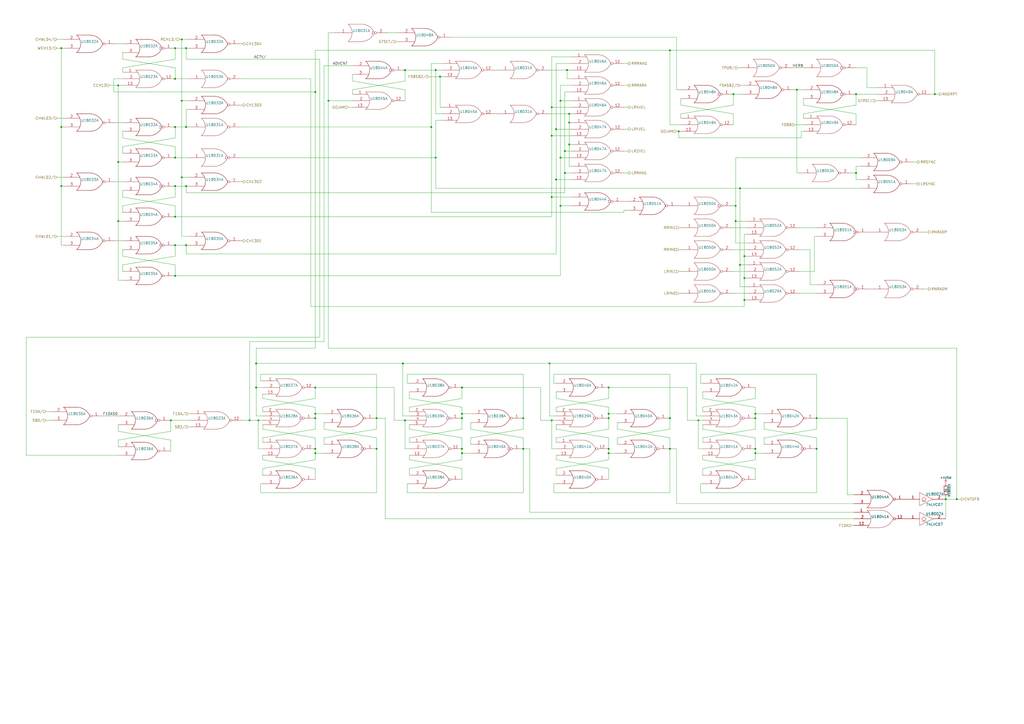
<source format=kicad_sch>
(kicad_sch (version 20211123) (generator eeschema)
  (paper "A2")
  (junction (at 426.72 128.27))
  (junction (at 234.95 243.84))
  (junction (at 320.04 78.74))
  (junction (at 473.71 260.35))
  (junction (at 438.15 240.03))
  (junction (at 148.59 224.79))
  (junction (at 107.95 142.24))
  (junction (at 325.12 91.44))
  (junction (at 255.27 44.45))
  (junction (at 107.95 27.94))
  (junction (at 438.15 260.35))
  (junction (at 182.88 240.03))
  (junction (at 325.12 58.42))
  (junction (at 353.06 242.57))
  (junction (at 320.04 62.23))
  (junction (at 353.06 224.79))
  (junction (at 99.06 243.84))
  (junction (at 318.77 210.82))
  (junction (at 105.41 22.86))
  (junction (at 252.73 91.44))
  (junction (at 438.15 242.57))
  (junction (at 101.6 91.44))
  (junction (at 426.72 119.38))
  (junction (at 330.2 66.04))
  (junction (at 105.41 102.87))
  (junction (at 35.56 107.95))
  (junction (at 303.53 242.57))
  (junction (at 267.97 240.03))
  (junction (at 327.66 87.63))
  (junction (at 218.44 260.35))
  (junction (at 267.97 260.35))
  (junction (at 429.26 153.67))
  (junction (at 388.62 260.35))
  (junction (at 496.57 100.33))
  (junction (at 330.2 71.12))
  (junction (at 234.95 40.64))
  (junction (at 542.29 54.61))
  (junction (at 320.04 114.3))
  (junction (at 322.58 104.14))
  (junction (at 68.58 128.27))
  (junction (at 35.56 27.94))
  (junction (at 431.8 161.29))
  (junction (at 101.6 27.94))
  (junction (at 353.06 260.35))
  (junction (at 554.99 289.56))
  (junction (at 431.8 173.99))
  (junction (at 182.88 224.79))
  (junction (at 548.64 289.56))
  (junction (at 149.86 243.84))
  (junction (at 252.73 40.64))
  (junction (at 473.71 242.57))
  (junction (at 68.58 93.98))
  (junction (at 330.2 83.82))
  (junction (at 388.62 242.57))
  (junction (at 250.19 73.66))
  (junction (at 431.8 148.59))
  (junction (at 101.6 107.95))
  (junction (at 405.13 243.84))
  (junction (at 182.88 262.89))
  (junction (at 267.97 242.57))
  (junction (at 190.5 58.42))
  (junction (at 148.59 210.82))
  (junction (at 303.53 260.35))
  (junction (at 144.78 243.84))
  (junction (at 327.66 100.33))
  (junction (at 393.7 76.2))
  (junction (at 328.93 40.64))
  (junction (at 101.6 73.66))
  (junction (at 68.58 49.53))
  (junction (at 182.88 242.57))
  (junction (at 438.15 262.89))
  (junction (at 322.58 74.93))
  (junction (at 353.06 262.89))
  (junction (at 101.6 160.02))
  (junction (at 462.28 52.07))
  (junction (at 218.44 242.57))
  (junction (at 233.68 210.82))
  (junction (at 496.57 54.61))
  (junction (at 429.26 109.22))
  (junction (at 182.88 260.35))
  (junction (at 107.95 107.95))
  (junction (at 35.56 73.66))
  (junction (at 267.97 224.79))
  (junction (at 101.6 142.24))
  (junction (at 388.62 29.21))
  (junction (at 353.06 240.03))
  (junction (at 320.04 243.84))
  (junction (at 325.12 119.38))
  (junction (at 105.41 58.42))
  (junction (at 101.6 125.73))
  (junction (at 107.95 73.66))
  (junction (at 182.88 53.34))
  (junction (at 267.97 262.89))
  (junction (at 101.6 45.72))
  (junction (at 425.45 54.61))
  (wire (pts (xy 466.09 68.58) (xy 466.09 66.04)))
  (wire (pts (xy 328.93 40.64) (xy 328.93 45.72)))
  (wire (pts (xy 542.29 54.61) (xy 544.83 54.61)))
  (wire (pts (xy 204.47 46.99) (xy 204.47 43.18)))
  (wire (pts (xy 101.6 107.95) (xy 107.95 107.95)))
  (wire (pts (xy 327.66 53.34) (xy 327.66 87.63)))
  (wire (pts (xy 99.06 255.27) (xy 68.58 250.19)))
  (wire (pts (xy 388.62 29.21) (xy 542.29 29.21)))
  (wire (pts (xy 431.8 148.59) (xy 433.07 148.59)))
  (wire (pts (xy 392.43 260.35) (xy 392.43 292.1)))
  (wire (pts (xy 388.62 242.57) (xy 388.62 248.92)))
  (wire (pts (xy 392.43 292.1) (xy 495.3 292.1)))
  (wire (pts (xy 364.49 100.33) (xy 361.95 100.33)))
  (wire (pts (xy 388.62 254) (xy 388.62 260.35)))
  (wire (pts (xy 66.04 45.72) (xy 66.04 53.34)))
  (wire (pts (xy 237.49 231.14) (xy 237.49 227.33)))
  (wire (pts (xy 473.71 217.17) (xy 406.4 217.17)))
  (wire (pts (xy 252.73 109.22) (xy 429.26 109.22)))
  (wire (pts (xy 148.59 201.93) (xy 148.59 210.82)))
  (wire (pts (xy 104.14 22.86) (xy 105.41 22.86)))
  (wire (pts (xy 462.28 100.33) (xy 463.55 100.33)))
  (wire (pts (xy 535.94 167.64) (xy 538.48 167.64)))
  (wire (pts (xy 392.43 21.59) (xy 392.43 52.07)))
  (wire (pts (xy 237.49 254) (xy 237.49 256.54)))
  (wire (pts (xy 496.57 54.61) (xy 509.27 54.61)))
  (wire (pts (xy 218.44 217.17) (xy 151.13 217.17)))
  (wire (pts (xy 429.26 153.67) (xy 429.26 166.37)))
  (wire (pts (xy 431.8 148.59) (xy 431.8 161.29)))
  (wire (pts (xy 152.4 248.92) (xy 152.4 246.38)))
  (wire (pts (xy 461.01 52.07) (xy 462.28 52.07)))
  (wire (pts (xy 394.97 170.18) (xy 393.7 170.18)))
  (wire (pts (xy 267.97 266.7) (xy 237.49 271.78)))
  (wire (pts (xy 394.97 144.78) (xy 393.7 144.78)))
  (wire (pts (xy 71.12 34.29) (xy 101.6 39.37)))
  (wire (pts (xy 68.58 49.53) (xy 68.58 93.98)))
  (wire (pts (xy 303.53 242.57) (xy 303.53 248.92)))
  (wire (pts (xy 361.95 121.92) (xy 363.22 121.92)))
  (wire (pts (xy 529.59 93.98) (xy 532.13 93.98)))
  (wire (pts (xy 331.47 119.38) (xy 325.12 119.38)))
  (wire (pts (xy 320.04 62.23) (xy 320.04 78.74)))
  (wire (pts (xy 148.59 210.82) (xy 233.68 210.82)))
  (wire (pts (xy 218.44 248.92) (xy 187.96 254)))
  (wire (pts (xy 425.45 54.61) (xy 430.53 54.61)))
  (wire (pts (xy 148.59 241.3) (xy 152.4 241.3)))
  (wire (pts (xy 187.96 254) (xy 187.96 257.81)))
  (wire (pts (xy 508 58.42) (xy 509.27 58.42)))
  (wire (pts (xy 149.86 243.84) (xy 152.4 243.84)))
  (wire (pts (xy 26.67 243.84) (xy 29.21 243.84)))
  (wire (pts (xy 67.31 105.41) (xy 71.12 105.41)))
  (wire (pts (xy 234.95 243.84) (xy 237.49 243.84)))
  (wire (pts (xy 255.27 62.23) (xy 256.54 62.23)))
  (wire (pts (xy 327.66 111.76) (xy 107.95 111.76)))
  (wire (pts (xy 502.92 39.37) (xy 502.92 50.8)))
  (wire (pts (xy 180.34 177.8) (xy 180.34 45.72)))
  (wire (pts (xy 182.88 262.89) (xy 187.96 262.89)))
  (wire (pts (xy 33.02 68.58) (xy 36.83 68.58)))
  (wire (pts (xy 431.8 173.99) (xy 433.07 173.99)))
  (wire (pts (xy 325.12 49.53) (xy 325.12 58.42)))
  (wire (pts (xy 463.55 144.78) (xy 469.9 144.78)))
  (wire (pts (xy 182.88 260.35) (xy 182.88 262.89)))
  (wire (pts (xy 182.88 29.21) (xy 388.62 29.21)))
  (wire (pts (xy 430.53 49.53) (xy 429.26 49.53)))
  (wire (pts (xy 105.41 137.16) (xy 109.22 137.16)))
  (wire (pts (xy 438.15 254) (xy 407.67 248.92)))
  (wire (pts (xy 105.41 102.87) (xy 109.22 102.87)))
  (wire (pts (xy 182.88 248.92) (xy 152.4 254)))
  (wire (pts (xy 15.24 264.16) (xy 68.58 264.16)))
  (wire (pts (xy 496.57 100.33) (xy 496.57 104.14)))
  (wire (pts (xy 353.06 236.22) (xy 353.06 240.03)))
  (wire (pts (xy 68.58 93.98) (xy 68.58 128.27)))
  (wire (pts (xy 140.97 139.7) (xy 139.7 139.7)))
  (wire (pts (xy 182.88 262.89) (xy 182.88 266.7)))
  (wire (pts (xy 393.7 76.2) (xy 394.97 76.2)))
  (wire (pts (xy 331.47 62.23) (xy 320.04 62.23)))
  (wire (pts (xy 190.5 19.05) (xy 190.5 58.42)))
  (wire (pts (xy 148.59 224.79) (xy 148.59 241.3)))
  (wire (pts (xy 187.96 38.1) (xy 204.47 38.1)))
  (wire (pts (xy 425.45 144.78) (xy 433.07 144.78)))
  (wire (pts (xy 267.97 248.92) (xy 237.49 254)))
  (wire (pts (xy 502.92 50.8) (xy 509.27 50.8)))
  (wire (pts (xy 472.44 137.16) (xy 473.71 137.16)))
  (wire (pts (xy 267.97 224.79) (xy 267.97 231.14)))
  (wire (pts (xy 101.6 125.73) (xy 101.6 119.38)))
  (wire (pts (xy 443.23 248.92) (xy 443.23 245.11)))
  (wire (pts (xy 71.12 119.38) (xy 71.12 123.19)))
  (wire (pts (xy 252.73 91.44) (xy 252.73 109.22)))
  (wire (pts (xy 101.6 160.02) (xy 101.6 153.67)))
  (wire (pts (xy 469.9 144.78) (xy 469.9 165.1)))
  (wire (pts (xy 237.49 241.3) (xy 233.68 241.3)))
  (wire (pts (xy 407.67 248.92) (xy 407.67 246.38)))
  (wire (pts (xy 182.88 53.34) (xy 182.88 201.93)))
  (wire (pts (xy 353.06 254) (xy 353.06 260.35)))
  (wire (pts (xy 267.97 262.89) (xy 273.05 262.89)))
  (wire (pts (xy 429.26 153.67) (xy 433.07 153.67)))
  (wire (pts (xy 328.93 45.72) (xy 331.47 45.72)))
  (wire (pts (xy 427.99 39.37) (xy 429.26 39.37)))
  (wire (pts (xy 101.6 142.24) (xy 107.95 142.24)))
  (wire (pts (xy 353.06 240.03) (xy 353.06 242.57)))
  (wire (pts (xy 473.71 217.17) (xy 473.71 242.57)))
  (wire (pts (xy 327.66 53.34) (xy 331.47 53.34)))
  (wire (pts (xy 473.71 242.57) (xy 473.71 248.92)))
  (wire (pts (xy 185.42 34.29) (xy 185.42 195.58)))
  (wire (pts (xy 322.58 236.22) (xy 322.58 238.76)))
  (wire (pts (xy 472.44 157.48) (xy 472.44 137.16)))
  (wire (pts (xy 353.06 262.89) (xy 358.14 262.89)))
  (wire (pts (xy 71.12 45.72) (xy 66.04 45.72)))
  (wire (pts (xy 140.97 105.41) (xy 139.7 105.41)))
  (wire (pts (xy 267.97 254) (xy 267.97 260.35)))
  (wire (pts (xy 496.57 104.14) (xy 499.11 104.14)))
  (wire (pts (xy 431.8 177.8) (xy 180.34 177.8)))
  (wire (pts (xy 425.45 60.96) (xy 425.45 54.61)))
  (wire (pts (xy 218.44 242.57) (xy 223.52 242.57)))
  (wire (pts (xy 152.4 254) (xy 152.4 256.54)))
  (wire (pts (xy 149.86 243.84) (xy 149.86 260.35)))
  (wire (pts (xy 325.12 160.02) (xy 101.6 160.02)))
  (wire (pts (xy 394.97 68.58) (xy 394.97 66.04)))
  (wire (pts (xy 190.5 201.93) (xy 554.99 201.93)))
  (wire (pts (xy 330.2 71.12) (xy 331.47 71.12)))
  (wire (pts (xy 496.57 72.39) (xy 496.57 66.04)))
  (wire (pts (xy 320.04 125.73) (xy 101.6 125.73)))
  (wire (pts (xy 463.55 157.48) (xy 472.44 157.48)))
  (wire (pts (xy 267.97 236.22) (xy 267.97 240.03)))
  (wire (pts (xy 438.15 262.89) (xy 443.23 262.89)))
  (wire (pts (xy 101.6 80.01) (xy 71.12 85.09)))
  (wire (pts (xy 255.27 44.45) (xy 256.54 44.45)))
  (wire (pts (xy 236.22 285.75) (xy 236.22 280.67)))
  (wire (pts (xy 252.73 66.04) (xy 256.54 66.04)))
  (wire (pts (xy 218.44 285.75) (xy 151.13 285.75)))
  (wire (pts (xy 35.56 73.66) (xy 36.83 73.66)))
  (wire (pts (xy 71.12 85.09) (xy 71.12 88.9)))
  (wire (pts (xy 252.73 69.85) (xy 252.73 91.44)))
  (wire (pts (xy 459.74 39.37) (xy 466.09 39.37)))
  (wire (pts (xy 353.06 224.79) (xy 398.78 224.79)))
  (wire (pts (xy 313.69 243.84) (xy 320.04 243.84)))
  (wire (pts (xy 303.53 260.35) (xy 303.53 285.75)))
  (wire (pts (xy 68.58 128.27) (xy 68.58 162.56)))
  (wire (pts (xy 321.31 285.75) (xy 321.31 280.67)))
  (wire (pts (xy 463.55 170.18) (xy 473.71 170.18)))
  (wire (pts (xy 364.49 74.93) (xy 361.95 74.93)))
  (wire (pts (xy 431.8 135.89) (xy 433.07 135.89)))
  (wire (pts (xy 405.13 260.35) (xy 407.67 260.35)))
  (wire (pts (xy 388.62 29.21) (xy 388.62 72.39)))
  (wire (pts (xy 267.97 271.78) (xy 237.49 266.7)))
  (wire (pts (xy 182.88 254) (xy 152.4 248.92)))
  (wire (pts (xy 318.77 210.82) (xy 403.86 210.82)))
  (wire (pts (xy 182.88 278.13) (xy 182.88 271.78)))
  (wire (pts (xy 330.2 66.04) (xy 331.47 66.04)))
  (wire (pts (xy 148.59 224.79) (xy 152.4 224.79)))
  (wire (pts (xy 180.34 45.72) (xy 139.7 45.72)))
  (wire (pts (xy 322.58 271.78) (xy 322.58 275.59)))
  (wire (pts (xy 321.31 280.67) (xy 322.58 280.67)))
  (wire (pts (xy 325.12 119.38) (xy 325.12 160.02)))
  (wire (pts (xy 353.06 266.7) (xy 322.58 271.78)))
  (wire (pts (xy 364.49 87.63) (xy 361.95 87.63)))
  (wire (pts (xy 35.56 142.24) (xy 36.83 142.24)))
  (wire (pts (xy 330.2 66.04) (xy 330.2 71.12)))
  (wire (pts (xy 325.12 91.44) (xy 325.12 119.38)))
  (wire (pts (xy 473.71 254) (xy 443.23 248.92)))
  (wire (pts (xy 303.53 285.75) (xy 236.22 285.75)))
  (wire (pts (xy 182.88 201.93) (xy 148.59 201.93)))
  (wire (pts (xy 182.88 266.7) (xy 152.4 271.78)))
  (wire (pts (xy 464.82 80.01) (xy 464.82 76.2)))
  (wire (pts (xy 267.97 262.89) (xy 267.97 266.7)))
  (wire (pts (xy 107.95 27.94) (xy 109.22 27.94)))
  (wire (pts (xy 267.97 278.13) (xy 267.97 271.78)))
  (wire (pts (xy 407.67 231.14) (xy 407.67 227.33)))
  (wire (pts (xy 223.52 242.57) (xy 223.52 300.99)))
  (wire (pts (xy 237.49 248.92) (xy 237.49 246.38)))
  (wire (pts (xy 252.73 40.64) (xy 256.54 40.64)))
  (wire (pts (xy 388.62 285.75) (xy 321.31 285.75)))
  (wire (pts (xy 287.02 66.04) (xy 288.29 66.04)))
  (wire (pts (xy 364.49 62.23) (xy 361.95 62.23)))
  (wire (pts (xy 187.96 240.03) (xy 182.88 240.03)))
  (wire (pts (xy 237.49 271.78) (xy 237.49 275.59)))
  (wire (pts (xy 234.95 46.99) (xy 204.47 52.07)))
  (wire (pts (xy 107.95 111.76) (xy 107.95 107.95)))
  (wire (pts (xy 236.22 280.67) (xy 237.49 280.67)))
  (wire (pts (xy 394.97 132.08) (xy 393.7 132.08)))
  (wire (pts (xy 101.6 148.59) (xy 71.12 153.67)))
  (wire (pts (xy 320.04 243.84) (xy 320.04 260.35)))
  (wire (pts (xy 267.97 236.22) (xy 237.49 231.14)))
  (wire (pts (xy 250.19 36.83) (xy 250.19 73.66)))
  (wire (pts (xy 393.7 80.01) (xy 464.82 80.01)))
  (wire (pts (xy 107.95 27.94) (xy 107.95 34.29)))
  (wire (pts (xy 99.06 243.84) (xy 99.06 250.19)))
  (wire (pts (xy 320.04 33.02) (xy 320.04 62.23)))
  (wire (pts (xy 303.53 260.35) (xy 307.34 260.35)))
  (wire (pts (xy 496.57 60.96) (xy 496.57 54.61)))
  (wire (pts (xy 71.12 76.2) (xy 71.12 80.01)))
  (wire (pts (xy 152.4 231.14) (xy 152.4 228.6)))
  (wire (pts (xy 322.58 254) (xy 322.58 256.54)))
  (wire (pts (xy 237.49 236.22) (xy 237.49 238.76)))
  (wire (pts (xy 443.23 240.03) (xy 438.15 240.03)))
  (wire (pts (xy 182.88 271.78) (xy 152.4 266.7)))
  (wire (pts (xy 267.97 260.35) (xy 267.97 262.89)))
  (wire (pts (xy 438.15 236.22) (xy 407.67 231.14)))
  (wire (pts (xy 144.78 198.12) (xy 187.96 198.12)))
  (wire (pts (xy 303.53 217.17) (xy 303.53 242.57)))
  (wire (pts (xy 392.43 76.2) (xy 393.7 76.2)))
  (wire (pts (xy 425.45 170.18) (xy 433.07 170.18)))
  (wire (pts (xy 109.22 240.03) (xy 110.49 240.03)))
  (wire (pts (xy 234.95 243.84) (xy 234.95 260.35)))
  (wire (pts (xy 394.97 157.48) (xy 393.7 157.48)))
  (wire (pts (xy 250.19 73.66) (xy 250.19 123.19)))
  (wire (pts (xy 322.58 248.92) (xy 322.58 246.38)))
  (wire (pts (xy 388.62 72.39) (xy 394.97 72.39)))
  (wire (pts (xy 438.15 262.89) (xy 438.15 266.7)))
  (wire (pts (xy 358.14 240.03) (xy 353.06 240.03)))
  (wire (pts (xy 425.45 157.48) (xy 433.07 157.48)))
  (wire (pts (xy 101.6 73.66) (xy 107.95 73.66)))
  (wire (pts (xy 403.86 241.3) (xy 407.67 241.3)))
  (wire (pts (xy 361.95 116.84) (xy 363.22 116.84)))
  (wire (pts (xy 71.12 30.48) (xy 71.12 34.29)))
  (wire (pts (xy 473.71 248.92) (xy 443.23 254)))
  (wire (pts (xy 218.44 217.17) (xy 218.44 242.57)))
  (wire (pts (xy 99.06 261.62) (xy 99.06 255.27)))
  (wire (pts (xy 388.62 248.92) (xy 358.14 254)))
  (wire (pts (xy 438.15 240.03) (xy 438.15 242.57)))
  (wire (pts (xy 322.58 241.3) (xy 318.77 241.3)))
  (wire (pts (xy 426.72 91.44) (xy 499.11 91.44)))
  (wire (pts (xy 233.68 210.82) (xy 318.77 210.82)))
  (wire (pts (xy 392.43 52.07) (xy 394.97 52.07)))
  (wire (pts (xy 318.77 40.64) (xy 328.93 40.64)))
  (wire (pts (xy 361.95 123.19) (xy 361.95 121.92)))
  (wire (pts (xy 105.41 58.42) (xy 105.41 102.87)))
  (wire (pts (xy 107.95 142.24) (xy 109.22 142.24)))
  (wire (pts (xy 393.7 119.38) (xy 394.97 119.38)))
  (wire (pts (xy 466.09 72.39) (xy 461.01 72.39)))
  (wire (pts (xy 68.58 49.53) (xy 71.12 49.53)))
  (wire (pts (xy 101.6 73.66) (xy 101.6 80.01)))
  (wire (pts (xy 505.46 167.64) (xy 504.19 167.64)))
  (wire (pts (xy 267.97 224.79) (xy 313.69 224.79)))
  (wire (pts (xy 438.15 271.78) (xy 407.67 266.7)))
  (wire (pts (xy 71.12 39.37) (xy 71.12 41.91)))
  (wire (pts (xy 358.14 248.92) (xy 358.14 245.11)))
  (wire (pts (xy 234.95 52.07) (xy 204.47 46.99)))
  (wire (pts (xy 101.6 27.94) (xy 107.95 27.94)))
  (wire (pts (xy 218.44 260.35) (xy 218.44 285.75)))
  (wire (pts (xy 68.58 128.27) (xy 71.12 128.27)))
  (wire (pts (xy 426.72 119.38) (xy 426.72 128.27)))
  (wire (pts (xy 320.04 33.02) (xy 331.47 33.02)))
  (wire (pts (xy 33.02 22.86) (xy 36.83 22.86)))
  (wire (pts (xy 431.8 161.29) (xy 431.8 173.99)))
  (wire (pts (xy 140.97 25.4) (xy 139.7 25.4)))
  (wire (pts (xy 35.56 27.94) (xy 35.56 73.66)))
  (wire (pts (xy 152.4 236.22) (xy 152.4 238.76)))
  (wire (pts (xy 438.15 278.13) (xy 438.15 271.78)))
  (wire (pts (xy 353.06 248.92) (xy 322.58 254)))
  (wire (pts (xy 406.4 280.67) (xy 407.67 280.67)))
  (wire (pts (xy 182.88 224.79) (xy 182.88 231.14)))
  (wire (pts (xy 68.58 255.27) (xy 68.58 259.08)))
  (wire (pts (xy 398.78 243.84) (xy 405.13 243.84)))
  (wire (pts (xy 101.6 34.29) (xy 71.12 39.37)))
  (wire (pts (xy 237.49 266.7) (xy 237.49 264.16)))
  (wire (pts (xy 252.73 40.64) (xy 252.73 66.04)))
  (wire (pts (xy 322.58 147.32) (xy 107.95 147.32)))
  (wire (pts (xy 406.4 222.25) (xy 407.67 222.25)))
  (wire (pts (xy 429.26 109.22) (xy 429.26 153.67)))
  (wire (pts (xy 68.58 162.56) (xy 71.12 162.56)))
  (wire (pts (xy 548.64 289.56) (xy 554.99 289.56)))
  (wire (pts (xy 67.31 139.7) (xy 71.12 139.7)))
  (wire (pts (xy 328.93 40.64) (xy 331.47 40.64)))
  (wire (pts (xy 464.82 76.2) (xy 466.09 76.2)))
  (wire (pts (xy 101.6 107.95) (xy 101.6 114.3)))
  (wire (pts (xy 228.6 243.84) (xy 234.95 243.84)))
  (wire (pts (xy 407.67 254) (xy 407.67 256.54)))
  (wire (pts (xy 330.2 83.82) (xy 330.2 96.52)))
  (wire (pts (xy 101.6 85.09) (xy 101.6 91.44)))
  (wire (pts (xy 26.67 238.76) (xy 29.21 238.76)))
  (wire (pts (xy 99.06 243.84) (xy 110.49 243.84)))
  (wire (pts (xy 322.58 36.83) (xy 331.47 36.83)))
  (wire (pts (xy 394.97 60.96) (xy 394.97 57.15)))
  (wire (pts (xy 144.78 243.84) (xy 144.78 198.12)))
  (wire (pts (xy 426.72 140.97) (xy 433.07 140.97)))
  (wire (pts (xy 438.15 236.22) (xy 438.15 240.03)))
  (wire (pts (xy 466.09 66.04) (xy 496.57 60.96)))
  (wire (pts (xy 405.13 243.84) (xy 407.67 243.84)))
  (wire (pts (xy 322.58 74.93) (xy 322.58 104.14)))
  (wire (pts (xy 190.5 58.42) (xy 190.5 201.93)))
  (wire (pts (xy 353.06 260.35) (xy 353.06 262.89)))
  (wire (pts (xy 406.4 217.17) (xy 406.4 222.25)))
  (wire (pts (xy 542.29 29.21) (xy 542.29 54.61)))
  (wire (pts (xy 535.94 134.62) (xy 538.48 134.62)))
  (wire (pts (xy 388.62 260.35) (xy 392.43 260.35)))
  (wire (pts (xy 267.97 231.14) (xy 237.49 236.22)))
  (wire (pts (xy 425.45 72.39) (xy 425.45 66.04)))
  (wire (pts (xy 353.06 262.89) (xy 353.06 266.7)))
  (wire (pts (xy 473.71 254) (xy 473.71 260.35)))
  (wire (pts (xy 321.31 222.25) (xy 322.58 222.25)))
  (wire (pts (xy 407.67 236.22) (xy 407.67 238.76)))
  (wire (pts (xy 322.58 104.14) (xy 322.58 147.32)))
  (wire (pts (xy 313.69 224.79) (xy 313.69 243.84)))
  (wire (pts (xy 261.62 21.59) (xy 392.43 21.59)))
  (wire (pts (xy 234.95 58.42) (xy 234.95 52.07)))
  (wire (pts (xy 358.14 254) (xy 358.14 257.81)))
  (wire (pts (xy 101.6 119.38) (xy 71.12 114.3)))
  (wire (pts (xy 331.47 58.42) (xy 325.12 58.42)))
  (wire (pts (xy 182.88 242.57) (xy 182.88 248.92)))
  (wire (pts (xy 101.6 142.24) (xy 101.6 148.59)))
  (wire (pts (xy 364.49 36.83) (xy 361.95 36.83)))
  (wire (pts (xy 101.6 153.67) (xy 71.12 148.59)))
  (wire (pts (xy 554.99 201.93) (xy 554.99 289.56)))
  (wire (pts (xy 101.6 45.72) (xy 109.22 45.72)))
  (wire (pts (xy 101.6 91.44) (xy 109.22 91.44)))
  (wire (pts (xy 406.4 285.75) (xy 406.4 280.67)))
  (wire (pts (xy 322.58 104.14) (xy 331.47 104.14)))
  (wire (pts (xy 303.53 217.17) (xy 236.22 217.17)))
  (wire (pts (xy 201.93 62.23) (xy 204.47 62.23)))
  (wire (pts (xy 107.95 147.32) (xy 107.95 142.24)))
  (wire (pts (xy 250.19 123.19) (xy 361.95 123.19)))
  (wire (pts (xy 101.6 27.94) (xy 101.6 34.29)))
  (wire (pts (xy 327.66 100.33) (xy 327.66 111.76)))
  (wire (pts (xy 33.02 137.16) (xy 36.83 137.16)))
  (wire (pts (xy 325.12 58.42) (xy 325.12 91.44)))
  (wire (pts (xy 35.56 27.94) (xy 36.83 27.94)))
  (wire (pts (xy 307.34 297.18) (xy 495.3 297.18)))
  (wire (pts (xy 320.04 114.3) (xy 320.04 125.73)))
  (wire (pts (xy 71.12 114.3) (xy 71.12 110.49)))
  (wire (pts (xy 425.45 119.38) (xy 426.72 119.38)))
  (wire (pts (xy 438.15 242.57) (xy 438.15 248.92)))
  (wire (pts (xy 353.06 278.13) (xy 353.06 271.78)))
  (wire (pts (xy 303.53 254) (xy 303.53 260.35)))
  (wire (pts (xy 331.47 87.63) (xy 327.66 87.63)))
  (wire (pts (xy 325.12 49.53) (xy 331.47 49.53)))
  (wire (pts (xy 109.22 247.65) (xy 110.49 247.65)))
  (wire (pts (xy 107.95 63.5) (xy 109.22 63.5)))
  (wire (pts (xy 320.04 78.74) (xy 320.04 114.3)))
  (wire (pts (xy 403.86 210.82) (xy 403.86 241.3)))
  (wire (pts (xy 182.88 254) (xy 182.88 260.35)))
  (wire (pts (xy 107.95 73.66) (xy 107.95 63.5)))
  (wire (pts (xy 398.78 224.79) (xy 398.78 243.84)))
  (wire (pts (xy 303.53 254) (xy 273.05 248.92)))
  (wire (pts (xy 496.57 96.52) (xy 496.57 100.33)))
  (wire (pts (xy 151.13 285.75) (xy 151.13 280.67)))
  (wire (pts (xy 318.77 241.3) (xy 318.77 210.82)))
  (wire (pts (xy 267.97 240.03) (xy 267.97 242.57)))
  (wire (pts (xy 438.15 260.35) (xy 438.15 262.89)))
  (wire (pts (xy 353.06 271.78) (xy 322.58 266.7)))
  (wire (pts (xy 33.02 102.87) (xy 36.83 102.87)))
  (wire (pts (xy 182.88 236.22) (xy 152.4 231.14)))
  (wire (pts (xy 148.59 210.82) (xy 148.59 224.79)))
  (wire (pts (xy 224.79 19.05) (xy 231.14 19.05)))
  (wire (pts (xy 218.44 254) (xy 187.96 248.92)))
  (wire (pts (xy 491.49 287.02) (xy 495.3 287.02)))
  (wire (pts (xy 105.41 22.86) (xy 109.22 22.86)))
  (wire (pts (xy 364.49 49.53) (xy 361.95 49.53)))
  (wire (pts (xy 327.66 87.63) (xy 327.66 100.33)))
  (wire (pts (xy 151.13 280.67) (xy 152.4 280.67)))
  (wire (pts (xy 405.13 243.84) (xy 405.13 260.35)))
  (wire (pts (xy 462.28 52.07) (xy 466.09 52.07)))
  (wire (pts (xy 234.95 260.35) (xy 237.49 260.35)))
  (wire (pts (xy 407.67 271.78) (xy 407.67 275.59)))
  (wire (pts (xy 431.8 161.29) (xy 433.07 161.29)))
  (wire (pts (xy 71.12 148.59) (xy 71.12 144.78)))
  (wire (pts (xy 287.02 40.64) (xy 288.29 40.64)))
  (wire (pts (xy 151.13 220.98) (xy 152.4 220.98)))
  (wire (pts (xy 234.95 40.64) (xy 252.73 40.64)))
  (wire (pts (xy 529.59 106.68) (xy 532.13 106.68)))
  (wire (pts (xy 248.92 44.45) (xy 255.27 44.45)))
  (wire (pts (xy 144.78 243.84) (xy 149.86 243.84)))
  (wire (pts (xy 187.96 248.92) (xy 187.96 245.11)))
  (wire (pts (xy 322.58 36.83) (xy 322.58 74.93)))
  (wire (pts (xy 388.62 217.17) (xy 321.31 217.17)))
  (wire (pts (xy 267.97 242.57) (xy 267.97 248.92)))
  (wire (pts (xy 68.58 93.98) (xy 71.12 93.98)))
  (wire (pts (xy 182.88 240.03) (xy 182.88 242.57)))
  (wire (pts (xy 66.04 53.34) (xy 182.88 53.34)))
  (wire (pts (xy 466.09 60.96) (xy 466.09 57.15)))
  (wire (pts (xy 33.02 27.94) (xy 35.56 27.94)))
  (wire (pts (xy 426.72 128.27) (xy 433.07 128.27)))
  (wire (pts (xy 101.6 114.3) (xy 71.12 119.38)))
  (wire (pts (xy 438.15 254) (xy 438.15 260.35)))
  (wire (pts (xy 407.67 266.7) (xy 407.67 264.16)))
  (wire (pts (xy 140.97 243.84) (xy 144.78 243.84)))
  (wire (pts (xy 35.56 107.95) (xy 35.56 142.24)))
  (wire (pts (xy 67.31 25.4) (xy 71.12 25.4)))
  (wire (pts (xy 494.03 304.8) (xy 495.3 304.8)))
  (wire (pts (xy 330.2 83.82) (xy 331.47 83.82)))
  (wire (pts (xy 107.95 73.66) (xy 109.22 73.66)))
  (wire (pts (xy 496.57 66.04) (xy 466.09 60.96)))
  (wire (pts (xy 322.58 74.93) (xy 331.47 74.93)))
  (wire (pts (xy 105.41 22.86) (xy 105.41 58.42)))
  (wire (pts (xy 539.75 54.61) (xy 542.29 54.61)))
  (wire (pts (xy 35.56 107.95) (xy 36.83 107.95)))
  (wire (pts (xy 185.42 195.58) (xy 15.24 195.58)))
  (wire (pts (xy 438.15 224.79) (xy 438.15 231.14)))
  (wire (pts (xy 68.58 250.19) (xy 68.58 246.38)))
  (wire (pts (xy 330.2 71.12) (xy 330.2 83.82)))
  (wire (pts (xy 321.31 217.17) (xy 321.31 222.25)))
  (wire (pts (xy 140.97 60.96) (xy 139.7 60.96)))
  (wire (pts (xy 320.04 114.3) (xy 331.47 114.3)))
  (wire (pts (xy 182.88 231.14) (xy 152.4 236.22)))
  (wire (pts (xy 318.77 66.04) (xy 330.2 66.04)))
  (wire (pts (xy 330.2 96.52) (xy 331.47 96.52)))
  (wire (pts (xy 99.06 250.19) (xy 68.58 255.27)))
  (wire (pts (xy 425.45 132.08) (xy 433.07 132.08)))
  (wire (pts (xy 35.56 73.66) (xy 35.56 107.95)))
  (wire (pts (xy 236.22 222.25) (xy 237.49 222.25)))
  (wire (pts (xy 496.57 39.37) (xy 502.92 39.37)))
  (wire (pts (xy 322.58 231.14) (xy 322.58 227.33)))
  (wire (pts (xy 462.28 52.07) (xy 462.28 100.33)))
  (wire (pts (xy 438.15 266.7) (xy 407.67 271.78)))
  (wire (pts (xy 105.41 102.87) (xy 105.41 137.16)))
  (wire (pts (xy 152.4 271.78) (xy 152.4 275.59)))
  (wire (pts (xy 431.8 135.89) (xy 431.8 148.59)))
  (wire (pts (xy 152.4 266.7) (xy 152.4 264.16)))
  (wire (pts (xy 431.8 173.99) (xy 431.8 177.8)))
  (wire (pts (xy 59.69 241.3) (xy 68.58 241.3)))
  (wire (pts (xy 322.58 266.7) (xy 322.58 264.16)))
  (wire (pts (xy 353.06 224.79) (xy 353.06 231.14)))
  (wire (pts (xy 229.87 24.13) (xy 231.14 24.13)))
  (wire (pts (xy 63.5 49.53) (xy 68.58 49.53)))
  (wire (pts (xy 236.22 217.17) (xy 236.22 222.25)))
  (wire (pts (xy 388.62 217.17) (xy 388.62 242.57)))
  (wire (pts (xy 388.62 254) (xy 358.14 248.92)))
  (wire (pts (xy 15.24 195.58) (xy 15.24 264.16)))
  (wire (pts (xy 353.06 242.57) (xy 353.06 248.92)))
  (wire (pts (xy 554.99 289.56) (xy 557.53 289.56)))
  (wire (pts (xy 267.97 254) (xy 237.49 248.92)))
  (wire (pts (xy 149.86 260.35) (xy 152.4 260.35)))
  (wire (pts (xy 101.6 39.37) (xy 101.6 45.72)))
  (wire (pts (xy 494.03 100.33) (xy 496.57 100.33)))
  (wire (pts (xy 139.7 91.44) (xy 252.73 91.44)))
  (wire (pts (xy 228.6 224.79) (xy 228.6 243.84)))
  (wire (pts (xy 331.47 91.44) (xy 325.12 91.44)))
  (wire (pts (xy 438.15 248.92) (xy 407.67 254)))
  (wire (pts (xy 182.88 236.22) (xy 182.88 240.03)))
  (wire (pts (xy 190.5 19.05) (xy 194.31 19.05)))
  (wire (pts (xy 548.64 289.56) (xy 548.64 300.99)))
  (wire (pts (xy 273.05 248.92) (xy 273.05 245.11)))
  (wire (pts (xy 320.04 260.35) (xy 322.58 260.35)))
  (wire (pts (xy 273.05 240.03) (xy 267.97 240.03)))
  (wire (pts (xy 548.64 288.29) (xy 548.64 289.56)))
  (wire (pts (xy 307.34 260.35) (xy 307.34 297.18)))
  (wire (pts (xy 218.44 242.57) (xy 218.44 248.92)))
  (wire (pts (xy 139.7 73.66) (xy 250.19 73.66)))
  (wire (pts (xy 388.62 260.35) (xy 388.62 285.75)))
  (wire (pts (xy 505.46 134.62) (xy 504.19 134.62)))
  (wire (pts (xy 233.68 241.3) (xy 233.68 210.82)))
  (wire (pts (xy 327.66 100.33) (xy 331.47 100.33)))
  (wire (pts (xy 429.26 109.22) (xy 499.11 109.22)))
  (wire (pts (xy 473.71 242.57) (xy 491.49 242.57)))
  (wire (pts (xy 443.23 254) (xy 443.23 257.81)))
  (wire (pts (xy 463.55 132.08) (xy 473.71 132.08)))
  (wire (pts (xy 473.71 260.35) (xy 473.71 285.75)))
  (wire (pts (xy 491.49 242.57) (xy 491.49 287.02)))
  (wire (pts (xy 71.12 80.01) (xy 101.6 85.09)))
  (wire (pts (xy 320.04 243.84) (xy 322.58 243.84)))
  (wire (pts (xy 426.72 128.27) (xy 426.72 140.97)))
  (wire (pts (xy 303.53 248.92) (xy 273.05 254)))
  (wire (pts (xy 151.13 217.17) (xy 151.13 220.98)))
  (wire (pts (xy 204.47 52.07) (xy 204.47 54.61)))
  (wire (pts (xy 218.44 254) (xy 218.44 260.35)))
  (wire (pts (xy 252.73 69.85) (xy 256.54 69.85)))
  (wire (pts (xy 255.27 44.45) (xy 255.27 62.23)))
  (wire (pts (xy 425.45 66.04) (xy 394.97 60.96)))
  (wire (pts (xy 109.22 58.42) (xy 105.41 58.42)))
  (wire (pts (xy 353.06 236.22) (xy 322.58 231.14)))
  (wire (pts (xy 353.06 231.14) (xy 322.58 236.22)))
  (wire (pts (xy 107.95 107.95) (xy 109.22 107.95)))
  (wire (pts (xy 496.57 96.52) (xy 499.11 96.52)))
  (wire (pts (xy 438.15 231.14) (xy 407.67 236.22)))
  (wire (pts (xy 187.96 198.12) (xy 187.96 38.1)))
  (wire (pts (xy 473.71 285.75) (xy 406.4 285.75)))
  (wire (pts (xy 469.9 165.1) (xy 473.71 165.1)))
  (wire (pts (xy 394.97 66.04) (xy 425.45 60.96)))
  (wire (pts (xy 107.95 34.29) (xy 185.42 34.29)))
  (wire (pts (xy 182.88 224.79) (xy 228.6 224.79)))
  (wire (pts (xy 393.7 76.2) (xy 393.7 80.01)))
  (wire (pts (xy 429.26 166.37) (xy 433.07 166.37)))
  (wire (pts (xy 320.04 78.74) (xy 331.47 78.74)))
  (wire (pts (xy 190.5 58.42) (xy 204.47 58.42)))
  (wire (pts (xy 273.05 254) (xy 273.05 257.81)))
  (wire (pts (xy 71.12 153.67) (xy 71.12 157.48)))
  (wire (pts (xy 67.31 71.12) (xy 71.12 71.12)))
  (wire (pts (xy 223.52 300.99) (xy 495.3 300.99)))
  (wire (pts (xy 353.06 254) (xy 322.58 248.92)))
  (wire (pts (xy 250.19 36.83) (xy 256.54 36.83)))
  (wire (pts (xy 426.72 91.44) (xy 426.72 119.38)))
  (wire (pts (xy 234.95 40.64) (xy 234.95 46.99)))
  (wire (pts (xy 182.88 29.21) (xy 182.88 53.34)))
  (label "ADVCNT" (at 193.04 38.1 0) (effects (font (size 1.524 1.524))))
  (label "F10AS0" (at 59.69 241.3 0) (effects (font (size 1.524 1.524))))
  (label "ACTV/" (at 147.32 34.29 0) (effects (font (size 1.524 1.524))))
  (label "HERB" (at 459.74 39.37 0) (effects (font (size 1.524 1.524))))
  (hierarchical_label "F10A/" (shape input) (at 109.22 240.03 180) (effects (font (size 1.524 1.524))))
  (hierarchical_label "RRSYNC" (shape output) (at 532.13 93.98 0) (effects (font (size 1.524 1.524))))
  (hierarchical_label "LRIN1" (shape input) (at 393.7 157.48 180) (effects (font (size 1.524 1.524))))
  (hierarchical_label "F10A/" (shape input) (at 26.67 238.76 180) (effects (font (size 1.524 1.524))))
  (hierarchical_label "RRIN0" (shape input) (at 393.7 144.78 180) (effects (font (size 1.524 1.524))))
  (hierarchical_label "RRIN1" (shape input) (at 393.7 132.08 180) (effects (font (size 1.524 1.524))))
  (hierarchical_label "LRZVEL" (shape output) (at 364.49 87.63 0) (effects (font (size 1.524 1.524))))
  (hierarchical_label "CHWL02/" (shape input) (at 33.02 102.87 180) (effects (font (size 1.524 1.524))))
  (hierarchical_label "CNTOF9" (shape output) (at 557.53 289.56 0) (effects (font (size 1.524 1.524))))
  (hierarchical_label "RNRADM" (shape output) (at 538.48 167.64 0) (effects (font (size 1.524 1.524))))
  (hierarchical_label "F5BSB2/" (shape input) (at 248.92 44.45 180) (effects (font (size 1.524 1.524))))
  (hierarchical_label "LRIN0" (shape input) (at 393.7 170.18 180) (effects (font (size 1.524 1.524))))
  (hierarchical_label "LRXVEL" (shape output) (at 364.49 62.23 0) (effects (font (size 1.524 1.524))))
  (hierarchical_label "SB2/" (shape input) (at 109.22 247.65 180) (effects (font (size 1.524 1.524))))
  (hierarchical_label "CH1304" (shape output) (at 140.97 25.4 0) (effects (font (size 1.524 1.524))))
  (hierarchical_label "CH1301" (shape output) (at 140.97 139.7 0) (effects (font (size 1.524 1.524))))
  (hierarchical_label "F09B" (shape input) (at 461.01 72.39 180) (effects (font (size 1.524 1.524))))
  (hierarchical_label "SB0/" (shape input) (at 26.67 243.84 180) (effects (font (size 1.524 1.524))))
  (hierarchical_label "GOJAM" (shape input) (at 201.93 62.23 180) (effects (font (size 1.524 1.524))))
  (hierarchical_label "CHWL04/" (shape input) (at 33.02 22.86 180) (effects (font (size 1.524 1.524))))
  (hierarchical_label "CHWL01/" (shape input) (at 33.02 137.16 180) (effects (font (size 1.524 1.524))))
  (hierarchical_label "WCH13/" (shape input) (at 33.02 27.94 180) (effects (font (size 1.524 1.524))))
  (hierarchical_label "GTSET/" (shape input) (at 229.87 24.13 180) (effects (font (size 1.524 1.524))))
  (hierarchical_label "CHWL03/" (shape input) (at 33.02 68.58 180) (effects (font (size 1.524 1.524))))
  (hierarchical_label "RADRPT" (shape output) (at 544.83 54.61 0) (effects (font (size 1.524 1.524))))
  (hierarchical_label "CCH13" (shape input) (at 63.5 49.53 180) (effects (font (size 1.524 1.524))))
  (hierarchical_label "GTRST/" (shape input) (at 508 58.42 180) (effects (font (size 1.524 1.524))))
  (hierarchical_label "F5ASB2/" (shape input) (at 429.26 49.53 180) (effects (font (size 1.524 1.524))))
  (hierarchical_label "CH1303" (shape output) (at 140.97 60.96 0) (effects (font (size 1.524 1.524))))
  (hierarchical_label "F10A" (shape input) (at 494.03 304.8 180) (effects (font (size 1.524 1.524))))
  (hierarchical_label "RRRANG" (shape output) (at 364.49 36.83 0) (effects (font (size 1.524 1.524))))
  (hierarchical_label "CH1302" (shape output) (at 140.97 105.41 0) (effects (font (size 1.524 1.524))))
  (hierarchical_label "TPOR/" (shape input) (at 427.99 39.37 180) (effects (font (size 1.524 1.524))))
  (hierarchical_label "LRRANG" (shape output) (at 364.49 100.33 0) (effects (font (size 1.524 1.524))))
  (hierarchical_label "RNRADP" (shape output) (at 538.48 134.62 0) (effects (font (size 1.524 1.524))))
  (hierarchical_label "RCH13/" (shape input) (at 104.14 22.86 180) (effects (font (size 1.524 1.524))))
  (hierarchical_label "LRYVEL" (shape output) (at 364.49 74.93 0) (effects (font (size 1.524 1.524))))
  (hierarchical_label "LRSYNC" (shape output) (at 532.13 106.68 0) (effects (font (size 1.524 1.524))))
  (hierarchical_label "GOJAM" (shape input) (at 392.43 76.2 180) (effects (font (size 1.524 1.524))))
  (hierarchical_label "RRRARA" (shape output) (at 364.49 49.53 0) (effects (font (size 1.524 1.524))))
  (symbol (lib_id "agc_kicad_components:74HC02") (at 52.07 105.41 0)
    (property "Reference" "U18033" (at 52.07 104.14 0) (effects (font (size 1.524 1.524))))
    (property "Value" "74HC02" (effects hide))
  )
  (symbol (lib_id "agc_kicad_components:74HC02") (at 86.36 107.95 0)
    (property "Reference" "U18034" (at 86.36 106.68 0) (effects (font (size 1.524 1.524))))
    (property "Value" "74HC02" (effects hide))
    (property "Initial" "1" (at 92.71 107.95 0) (effects (font (size 1.524 1.524) italic)))
  )
  (symbol (lib_id "agc_kicad_components:74HC02") (at 124.46 105.41 0)
    (property "Reference" "U18034" (at 124.46 104.14 0) (effects (font (size 1.524 1.524))))
    (property "Value" "74HC02" (effects hide))
  )
  (symbol (lib_id "agc_kicad_components:74HC02") (at 86.36 125.73 0)
    (property "Reference" "U18034" (at 86.36 124.46 0) (effects (font (size 1.524 1.524))))
    (property "Value" "74HC02" (effects hide))
  )
  (symbol (lib_id "agc_kicad_components:74HC02") (at 52.07 139.7 0)
    (property "Reference" "U18034" (at 52.07 138.43 0) (effects (font (size 1.524 1.524))))
    (property "Value" "74HC02" (effects hide))
  )
  (symbol (lib_id "agc_kicad_components:74HC02") (at 86.36 142.24 0)
    (property "Reference" "U18035" (at 86.36 140.97 0) (effects (font (size 1.524 1.524))))
    (property "Value" "74HC02" (effects hide))
    (property "Initial" "1" (at 92.71 142.24 0) (effects (font (size 1.524 1.524) italic)))
  )
  (symbol (lib_id "agc_kicad_components:74HC02") (at 124.46 139.7 0)
    (property "Reference" "U18035" (at 124.46 138.43 0) (effects (font (size 1.524 1.524))))
    (property "Value" "74HC02" (effects hide))
  )
  (symbol (lib_id "agc_kicad_components:74HC02") (at 86.36 160.02 0)
    (property "Reference" "U18035" (at 86.36 158.75 0) (effects (font (size 1.524 1.524))))
    (property "Value" "74HC02" (effects hide))
  )
  (symbol (lib_id "agc_kicad_components:74HC02") (at 44.45 241.3 0)
    (property "Reference" "U18035" (at 44.45 240.03 0) (effects (font (size 1.524 1.524))))
    (property "Value" "74HC02" (effects hide))
  )
  (symbol (lib_id "agc_kicad_components:74HC02") (at 83.82 243.84 0)
    (property "Reference" "U18036" (at 83.82 242.57 0) (effects (font (size 1.524 1.524))))
    (property "Value" "74HC02" (effects hide))
    (property "Initial" "1" (at 90.17 243.84 0) (effects (font (size 1.524 1.524) italic)))
  )
  (symbol (lib_id "agc_kicad_components:74HC02") (at 83.82 261.62 0)
    (property "Reference" "U18036" (at 83.82 260.35 0) (effects (font (size 1.524 1.524))))
    (property "Value" "74HC02" (effects hide))
  )
  (symbol (lib_id "agc_kicad_components:74HC27") (at 125.73 243.84 0)
    (property "Reference" "U18023" (at 125.73 242.57 0) (effects (font (size 1.524 1.524))))
    (property "Value" "74HC27" (effects hide))
  )
  (symbol (lib_id "agc_kicad_components:74HC4002") (at 167.64 242.57 0)
    (property "Reference" "U18028" (at 167.64 241.3 0) (effects (font (size 1.524 1.524))))
    (property "Value" "74HC4002" (effects hide))
    (property "Initial" "1" (at 173.99 242.57 0) (effects (font (size 1.524 1.524) italic)))
  )
  (symbol (lib_id "agc_kicad_components:74HC27") (at 167.64 260.35 0)
    (property "Reference" "U18037" (at 167.64 259.08 0) (effects (font (size 1.524 1.524))))
    (property "Value" "74HC27" (effects hide))
  )
  (symbol (lib_id "agc_kicad_components:74HC27") (at 167.64 224.79 0)
    (property "Reference" "U18037" (at 167.64 223.52 0) (effects (font (size 1.524 1.524))))
    (property "Value" "74HC27" (effects hide))
  )
  (symbol (lib_id "agc_kicad_components:74HC02") (at 167.64 278.13 0)
    (property "Reference" "U18036" (at 167.64 276.86 0) (effects (font (size 1.524 1.524))))
    (property "Value" "74HC02" (effects hide))
  )
  (symbol (lib_id "agc_kicad_components:74HC02") (at 203.2 242.57 0)
    (property "Reference" "U18036" (at 203.2 241.3 0) (effects (font (size 1.524 1.524))))
    (property "Value" "74HC02" (effects hide))
  )
  (symbol (lib_id "agc_kicad_components:74HC02") (at 203.2 260.35 0)
    (property "Reference" "U18038" (at 203.2 259.08 0) (effects (font (size 1.524 1.524))))
    (property "Value" "74HC02" (effects hide))
    (property "Initial" "1" (at 209.55 260.35 0) (effects (font (size 1.524 1.524) italic)))
  )
  (symbol (lib_id "agc_kicad_components:74HC4002") (at 252.73 242.57 0)
    (property "Reference" "U18039" (at 252.73 241.3 0) (effects (font (size 1.524 1.524))))
    (property "Value" "74HC4002" (effects hide))
    (property "Initial" "1" (at 259.08 242.57 0) (effects (font (size 1.524 1.524) italic)))
  )
  (symbol (lib_id "agc_kicad_components:74HC27") (at 252.73 260.35 0)
    (property "Reference" "U18037" (at 252.73 259.08 0) (effects (font (size 1.524 1.524))))
    (property "Value" "74HC27" (effects hide))
  )
  (symbol (lib_id "agc_kicad_components:74HC02") (at 252.73 278.13 0)
    (property "Reference" "U18038" (at 252.73 276.86 0) (effects (font (size 1.524 1.524))))
    (property "Value" "74HC02" (effects hide))
  )
  (symbol (lib_id "agc_kicad_components:74HC02") (at 288.29 242.57 0)
    (property "Reference" "U18038" (at 288.29 241.3 0) (effects (font (size 1.524 1.524))))
    (property "Value" "74HC02" (effects hide))
  )
  (symbol (lib_id "agc_kicad_components:74HC02") (at 288.29 260.35 0)
    (property "Reference" "U18040" (at 288.29 259.08 0) (effects (font (size 1.524 1.524))))
    (property "Value" "74HC02" (effects hide))
    (property "Initial" "1" (at 294.64 260.35 0) (effects (font (size 1.524 1.524) italic)))
  )
  (symbol (lib_id "agc_kicad_components:74HC02") (at 252.73 224.79 0)
    (property "Reference" "U18038" (at 252.73 223.52 0) (effects (font (size 1.524 1.524))))
    (property "Value" "74HC02" (effects hide))
  )
  (symbol (lib_id "agc_kicad_components:74HC4002") (at 337.82 242.57 0)
    (property "Reference" "U18039" (at 337.82 241.3 0) (effects (font (size 1.524 1.524))))
    (property "Value" "74HC4002" (effects hide))
    (property "Initial" "1" (at 344.17 242.57 0) (effects (font (size 1.524 1.524) italic)))
  )
  (symbol (lib_id "agc_kicad_components:74HC27") (at 337.82 260.35 0)
    (property "Reference" "U18041" (at 337.82 259.08 0) (effects (font (size 1.524 1.524))))
    (property "Value" "74HC27" (effects hide))
  )
  (symbol (lib_id "agc_kicad_components:74HC02") (at 337.82 278.13 0)
    (property "Reference" "U18040" (at 337.82 276.86 0) (effects (font (size 1.524 1.524))))
    (property "Value" "74HC02" (effects hide))
  )
  (symbol (lib_id "agc_kicad_components:74HC02") (at 373.38 242.57 0)
    (property "Reference" "U18040" (at 373.38 241.3 0) (effects (font (size 1.524 1.524))))
    (property "Value" "74HC02" (effects hide))
  )
  (symbol (lib_id "agc_kicad_components:74HC02") (at 373.38 260.35 0)
    (property "Reference" "U18042" (at 373.38 259.08 0) (effects (font (size 1.524 1.524))))
    (property "Value" "74HC02" (effects hide))
    (property "Initial" "1" (at 379.73 260.35 0) (effects (font (size 1.524 1.524) italic)))
  )
  (symbol (lib_id "agc_kicad_components:74HC02") (at 337.82 224.79 0)
    (property "Reference" "U18040" (at 337.82 223.52 0) (effects (font (size 1.524 1.524))))
    (property "Value" "74HC02" (effects hide))
  )
  (symbol (lib_id "agc_kicad_components:74HC4002") (at 422.91 242.57 0)
    (property "Reference" "U18043" (at 422.91 241.3 0) (effects (font (size 1.524 1.524))))
    (property "Value" "74HC4002" (effects hide))
    (property "Initial" "1" (at 429.26 242.57 0) (effects (font (size 1.524 1.524) italic)))
  )
  (symbol (lib_id "agc_kicad_components:74HC27") (at 422.91 260.35 0)
    (property "Reference" "U18041" (at 422.91 259.08 0) (effects (font (size 1.524 1.524))))
    (property "Value" "74HC27" (effects hide))
  )
  (symbol (lib_id "agc_kicad_components:74HC02") (at 422.91 278.13 0)
    (property "Reference" "U18042" (at 422.91 276.86 0) (effects (font (size 1.524 1.524))))
    (property "Value" "74HC02" (effects hide))
  )
  (symbol (lib_id "agc_kicad_components:74HC02") (at 458.47 242.57 0)
    (property "Reference" "U18042" (at 458.47 241.3 0) (effects (font (size 1.524 1.524))))
    (property "Value" "74HC02" (effects hide))
  )
  (symbol (lib_id "agc_kicad_components:74HC02") (at 458.47 260.35 0)
    (property "Reference" "U18044" (at 458.47 259.08 0) (effects (font (size 1.524 1.524))))
    (property "Value" "74HC02" (effects hide))
    (property "Initial" "1" (at 464.82 260.35 0) (effects (font (size 1.524 1.524) italic)))
  )
  (symbol (lib_id "agc_kicad_components:74HC02") (at 422.91 224.79 0)
    (property "Reference" "U18042" (at 422.91 223.52 0) (effects (font (size 1.524 1.524))))
    (property "Value" "74HC02" (effects hide))
  )
  (symbol (lib_id "agc_kicad_components:74HC27") (at 510.54 300.99 0)
    (property "Reference" "U18041" (at 510.54 299.72 0) (effects (font (size 1.524 1.524))))
    (property "Value" "74HC27" (effects hide))
  )
  (symbol (lib_id "agc_kicad_components:74HC02") (at 510.54 289.56 0)
    (property "Reference" "U18044" (at 510.54 288.29 0) (effects (font (size 1.524 1.524))))
    (property "Value" "74HC02" (effects hide))
  )
  (symbol (lib_id "agc_kicad_components:74LVC07") (at 537.21 289.56 0)
    (property "Reference" "U18007" (at 542.163 286.639 0) (effects (font (size 1.524 1.524))))
    (property "Value" "74LVC07" (at 542.036 292.735 0) (effects (font (size 1.524 1.524))))
  )
  (symbol (lib_id "agc_kicad_components:74LVC07") (at 537.21 300.99 0)
    (property "Reference" "U18007" (at 542.163 298.069 0) (effects (font (size 1.524 1.524))))
    (property "Value" "74LVC07" (at 542.036 304.165 0) (effects (font (size 1.524 1.524))))
  )
  (symbol (lib_id "inout_iii-rescue:R-device") (at 548.64 284.48 0) (unit 1)
    (property "Reference" "R18003" (at 550.672 284.48 90))
    (property "Value" "5k" (at 548.64 284.48 90))
  )
  (symbol (lib_id "agc_kicad_components:74HC02") (at 219.71 40.64 0)
    (property "Reference" "U18044" (at 219.71 39.37 0) (effects (font (size 1.524 1.524))))
    (property "Value" "74HC02" (effects hide))
    (property "Initial" "1" (at 226.06 40.64 0) (effects (font (size 1.524 1.524) italic)))
  )
  (symbol (lib_id "agc_kicad_components:74HC27") (at 219.71 58.42 0)
    (property "Reference" "U18045" (at 219.71 57.15 0) (effects (font (size 1.524 1.524))))
    (property "Value" "74HC27" (effects hide))
  )
  (symbol (lib_id "agc_kicad_components:74HC27") (at 271.78 40.64 0)
    (property "Reference" "U18045" (at 271.78 39.37 0) (effects (font (size 1.524 1.524))))
    (property "Value" "74HC27" (effects hide))
  )
  (symbol (lib_id "agc_kicad_components:74HC04") (at 124.46 73.66 0)
    (property "Reference" "U18031" (at 124.46 72.39 0) (effects (font (size 1.524 1.524))))
    (property "Value" "74HC04" (effects hide))
  )
  (symbol (lib_id "agc_kicad_components:74HC27") (at 271.78 66.04 0)
    (property "Reference" "U18045" (at 271.78 64.77 0) (effects (font (size 1.524 1.524))))
    (property "Value" "74HC27" (effects hide))
  )
  (symbol (lib_id "agc_kicad_components:74HC04") (at 124.46 91.44 0)
    (property "Reference" "U18031" (at 124.46 90.17 0) (effects (font (size 1.524 1.524))))
    (property "Value" "74HC04" (effects hide))
    (property "Initial" "1" (at 130.81 91.44 0) (effects (font (size 1.524 1.524) italic)))
  )
  (symbol (lib_id "agc_kicad_components:74HC04") (at 303.53 40.64 0)
    (property "Reference" "U18031" (at 303.53 39.37 0) (effects (font (size 1.524 1.524))))
    (property "Value" "74HC04" (effects hide))
  )
  (symbol (lib_id "agc_kicad_components:74HC04") (at 303.53 66.04 0)
    (property "Reference" "U18031" (at 303.53 64.77 0) (effects (font (size 1.524 1.524))))
    (property "Value" "74HC04" (effects hide))
  )
  (symbol (lib_id "agc_kicad_components:74HC27") (at 346.71 36.83 0)
    (property "Reference" "U18046" (at 346.71 35.56 0) (effects (font (size 1.524 1.524))))
    (property "Value" "74HC27" (effects hide))
  )
  (symbol (lib_id "agc_kicad_components:74HC27") (at 346.71 49.53 0)
    (property "Reference" "U18046" (at 346.71 48.26 0) (effects (font (size 1.524 1.524))))
    (property "Value" "74HC27" (effects hide))
  )
  (symbol (lib_id "agc_kicad_components:74HC27") (at 346.71 62.23 0)
    (property "Reference" "U18046" (at 346.71 60.96 0) (effects (font (size 1.524 1.524))))
    (property "Value" "74HC27" (effects hide))
  )
  (symbol (lib_id "agc_kicad_components:74HC27") (at 346.71 74.93 0)
    (property "Reference" "U18047" (at 346.71 73.66 0) (effects (font (size 1.524 1.524))))
    (property "Value" "74HC27" (effects hide))
  )
  (symbol (lib_id "agc_kicad_components:74HC27") (at 346.71 87.63 0)
    (property "Reference" "U18047" (at 346.71 86.36 0) (effects (font (size 1.524 1.524))))
    (property "Value" "74HC27" (effects hide))
  )
  (symbol (lib_id "agc_kicad_components:74HC27") (at 346.71 100.33 0)
    (property "Reference" "U18047" (at 346.71 99.06 0) (effects (font (size 1.524 1.524))))
    (property "Value" "74HC27" (effects hide))
  )
  (symbol (lib_id "agc_kicad_components:74HC04") (at 209.55 19.05 0)
    (property "Reference" "U18031" (at 209.55 17.78 0) (effects (font (size 1.524 1.524))))
    (property "Value" "74HC04" (effects hide))
    (property "Initial" "1" (at 215.9 19.05 0) (effects (font (size 1.524 1.524) italic)))
  )
  (symbol (lib_id "agc_kicad_components:74HC02") (at 246.38 21.59 0)
    (property "Reference" "U18048" (at 246.38 20.32 0) (effects (font (size 1.524 1.524))))
    (property "Value" "74HC02" (effects hide))
  )
  (symbol (lib_id "agc_kicad_components:74HC02") (at 346.71 116.84 0)
    (property "Reference" "U18044" (at 346.71 115.57 0) (effects (font (size 1.524 1.524))))
    (property "Value" "74HC02" (effects hide))
    (property "Initial" "1" (at 353.06 116.84 0) (effects (font (size 1.524 1.524) italic)))
  )
  (symbol (lib_id "agc_kicad_components:74HC02") (at 410.21 54.61 0)
    (property "Reference" "U18048" (at 410.21 53.34 0) (effects (font (size 1.524 1.524))))
    (property "Value" "74HC02" (effects hide))
    (property "Initial" "1" (at 416.56 54.61 0) (effects (font (size 1.524 1.524) italic)))
  )
  (symbol (lib_id "agc_kicad_components:74HC27") (at 410.21 72.39 0)
    (property "Reference" "U18049" (at 410.21 71.12 0) (effects (font (size 1.524 1.524))))
    (property "Value" "74HC27" (effects hide))
  )
  (symbol (lib_id "agc_kicad_components:74HC02") (at 445.77 52.07 0)
    (property "Reference" "U18048" (at 445.77 50.8 0) (effects (font (size 1.524 1.524))))
    (property "Value" "74HC02" (effects hide))
  )
  (symbol (lib_id "agc_kicad_components:74HC02") (at 481.33 54.61 0)
    (property "Reference" "U18048" (at 481.33 53.34 0) (effects (font (size 1.524 1.524))))
    (property "Value" "74HC02" (effects hide))
    (property "Initial" "1" (at 487.68 54.61 0) (effects (font (size 1.524 1.524) italic)))
  )
  (symbol (lib_id "agc_kicad_components:74HC27") (at 481.33 72.39 0)
    (property "Reference" "U18049" (at 481.33 71.12 0) (effects (font (size 1.524 1.524))))
    (property "Value" "74HC27" (effects hide))
  )
  (symbol (lib_id "agc_kicad_components:74HC04") (at 444.5 39.37 0)
    (property "Reference" "U18050" (at 444.5 38.1 0) (effects (font (size 1.524 1.524))))
    (property "Value" "74HC04" (effects hide))
  )
  (symbol (lib_id "agc_kicad_components:74HC04") (at 481.33 39.37 0)
    (property "Reference" "U18050" (at 481.33 38.1 0) (effects (font (size 1.524 1.524))))
    (property "Value" "74HC04" (effects hide))
    (property "Initial" "1" (at 487.68 39.37 0) (effects (font (size 1.524 1.524) italic)))
  )
  (symbol (lib_id "agc_kicad_components:74HC27") (at 524.51 54.61 0)
    (property "Reference" "U18049" (at 524.51 53.34 0) (effects (font (size 1.524 1.524))))
    (property "Value" "74HC27" (effects hide))
  )
  (symbol (lib_id "agc_kicad_components:74HC02") (at 378.46 119.38 0)
    (property "Reference" "U18051" (at 378.46 118.11 0) (effects (font (size 1.524 1.524))))
    (property "Value" "74HC02" (effects hide))
  )
  (symbol (lib_id "agc_kicad_components:74HC04") (at 410.21 119.38 0)
    (property "Reference" "U18050" (at 410.21 118.11 0) (effects (font (size 1.524 1.524))))
    (property "Value" "74HC04" (effects hide))
    (property "Initial" "1" (at 416.56 119.38 0) (effects (font (size 1.524 1.524) italic)))
  )
  (symbol (lib_id "agc_kicad_components:74HC27") (at 448.31 132.08 0)
    (property "Reference" "U18052" (at 448.31 130.81 0) (effects (font (size 1.524 1.524))))
    (property "Value" "74HC27" (effects hide))
  )
  (symbol (lib_id "agc_kicad_components:74HC04") (at 410.21 132.08 0)
    (property "Reference" "U18050" (at 410.21 130.81 0) (effects (font (size 1.524 1.524))))
    (property "Value" "74HC04" (effects hide))
  )
  (symbol (lib_id "agc_kicad_components:74HC27") (at 448.31 144.78 0)
    (property "Reference" "U18052" (at 448.31 143.51 0) (effects (font (size 1.524 1.524))))
    (property "Value" "74HC27" (effects hide))
  )
  (symbol (lib_id "agc_kicad_components:74HC04") (at 410.21 144.78 0)
    (property "Reference" "U18050" (at 410.21 143.51 0) (effects (font (size 1.524 1.524))))
    (property "Value" "74HC04" (effects hide))
  )
  (symbol (lib_id "agc_kicad_components:74HC27") (at 448.31 157.48 0)
    (property "Reference" "U18052" (at 448.31 156.21 0) (effects (font (size 1.524 1.524))))
    (property "Value" "74HC27" (effects hide))
  )
  (symbol (lib_id "agc_kicad_components:74HC04") (at 410.21 157.48 0)
    (property "Reference" "U18050" (at 410.21 156.21 0) (effects (font (size 1.524 1.524))))
    (property "Value" "74HC04" (effects hide))
  )
  (symbol (lib_id "agc_kicad_components:74HC27") (at 448.31 170.18 0)
    (property "Reference" "U18029" (at 448.31 168.91 0) (effects (font (size 1.524 1.524))))
    (property "Value" "74HC27" (effects hide))
  )
  (symbol (lib_id "agc_kicad_components:74HC04") (at 410.21 170.18 0)
    (property "Reference" "U18053" (at 410.21 168.91 0) (effects (font (size 1.524 1.524))))
    (property "Value" "74HC04" (effects hide))
  )
  (symbol (lib_id "agc_kicad_components:74HC04") (at 124.46 45.72 0)
    (property "Reference" "U18053" (at 124.46 44.45 0) (effects (font (size 1.524 1.524))))
    (property "Value" "74HC04" (effects hide))
  )
  (symbol (lib_id "agc_kicad_components:74HC02") (at 488.95 134.62 0)
    (property "Reference" "U18051" (at 488.95 133.35 0) (effects (font (size 1.524 1.524))))
    (property "Value" "74HC02" (effects hide))
    (property "Initial" "1" (at 495.3 134.62 0) (effects (font (size 1.524 1.524) italic)))
  )
  (symbol (lib_id "agc_kicad_components:74HC02") (at 488.95 167.64 0)
    (property "Reference" "U18051" (at 488.95 166.37 0) (effects (font (size 1.524 1.524))))
    (property "Value" "74HC02" (effects hide))
    (property "Initial" "1" (at 495.3 167.64 0) (effects (font (size 1.524 1.524) italic)))
  )
  (symbol (lib_id "agc_kicad_components:74HC04") (at 520.7 134.62 0)
    (property "Reference" "U18053" (at 520.7 133.35 0) (effects (font (size 1.524 1.524))))
    (property "Value" "74HC04" (effects hide))
  )
  (symbol (lib_id "agc_kicad_components:74HC04") (at 520.7 167.64 0)
    (property "Reference" "U18053" (at 520.7 166.37 0) (effects (font (size 1.524 1.524))))
    (property "Value" "74HC04" (effects hide))
  )
  (symbol (lib_id "agc_kicad_components:74HC04") (at 478.79 100.33 0)
    (property "Reference" "U18053" (at 478.79 99.06 0) (effects (font (size 1.524 1.524))))
    (property "Value" "74HC04" (effects hide))
  )
  (symbol (lib_id "agc_kicad_components:74HC02") (at 514.35 93.98 0)
    (property "Reference" "U18009" (at 514.35 92.71 0) (effects (font (size 1.524 1.524))))
    (property "Value" "74HC02" (effects hide))
  )
  (symbol (lib_id "agc_kicad_components:74HC02") (at 514.35 106.68 0)
    (property "Reference" "U18051" (at 514.35 105.41 0) (effects (font (size 1.524 1.524))))
    (property "Value" "74HC02" (effects hide))
  )
  (symbol (lib_id "agc_kicad_components:74HC02") (at 52.07 25.4 0)
    (property "Reference" "U18032" (at 52.07 24.13 0) (effects (font (size 1.524 1.524))))
    (property "Value" "74HC02" (effects hide))
  )
  (symbol (lib_id "agc_kicad_components:74HC02") (at 86.36 27.94 0)
    (property "Reference" "U18032" (at 86.36 26.67 0) (effects (font (size 1.524 1.524))))
    (property "Value" "74HC02" (effects hide))
    (property "Initial" "1" (at 92.71 27.94 0) (effects (font (size 1.524 1.524) italic)))
  )
  (symbol (lib_id "agc_kicad_components:74HC27") (at 86.36 45.72 0)
    (property "Reference" "U18023" (at 86.36 44.45 0) (effects (font (size 1.524 1.524))))
    (property "Value" "74HC27" (effects hide))
  )
  (symbol (lib_id "agc_kicad_components:74HC02") (at 124.46 25.4 0)
    (property "Reference" "U18032" (at 124.46 24.13 0) (effects (font (size 1.524 1.524))))
    (property "Value" "74HC02" (effects hide))
  )
  (symbol (lib_id "agc_kicad_components:74HC02") (at 52.07 71.12 0)
    (property "Reference" "U18032" (at 52.07 69.85 0) (effects (font (size 1.524 1.524))))
    (property "Value" "74HC02" (effects hide))
  )
  (symbol (lib_id "agc_kicad_components:74HC02") (at 86.36 73.66 0)
    (property "Reference" "U18033" (at 86.36 72.39 0) (effects (font (size 1.524 1.524))))
    (property "Value" "74HC02" (effects hide))
    (property "Initial" "1" (at 92.71 73.66 0) (effects (font (size 1.524 1.524) italic)))
  )
  (symbol (lib_id "agc_kicad_components:74HC02") (at 124.46 60.96 0)
    (property "Reference" "U18033" (at 124.46 59.69 0) (effects (font (size 1.524 1.524))))
    (property "Value" "74HC02" (effects hide))
  )
  (symbol (lib_id "agc_kicad_components:74HC02") (at 86.36 91.44 0)
    (property "Reference" "U18033" (at 86.36 90.17 0) (effects (font (size 1.524 1.524))))
    (property "Value" "74HC02" (effects hide))
  )
  (symbol (lib_id "agc_kicad_components:+4VSW") (at 548.64 280.67 0) (unit 1)
    (property "Reference" "#PWR011" (effects hide))
    (property "Value" "+4VSW" (at 548.64 277.114 0))
  )
)
</source>
